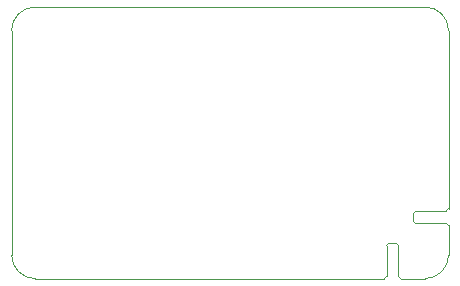
<source format=gbr>
%TF.GenerationSoftware,KiCad,Pcbnew,8.0.4*%
%TF.CreationDate,2024-08-13T11:19:50+12:00*%
%TF.ProjectId,yuzu-pcb,79757a75-2d70-4636-922e-6b696361645f,rev?*%
%TF.SameCoordinates,Original*%
%TF.FileFunction,Profile,NP*%
%FSLAX46Y46*%
G04 Gerber Fmt 4.6, Leading zero omitted, Abs format (unit mm)*
G04 Created by KiCad (PCBNEW 8.0.4) date 2024-08-13 11:19:50*
%MOMM*%
%LPD*%
G01*
G04 APERTURE LIST*
%TA.AperFunction,Profile*%
%ADD10C,0.100000*%
%TD*%
G04 APERTURE END LIST*
D10*
X102000000Y-100000000D02*
X135000000Y-100000000D01*
X135000000Y-100000000D02*
G75*
G02*
X137000000Y-102000000I0J-2000000D01*
G01*
X131750000Y-120200000D02*
G75*
G02*
X131950000Y-120000000I200000J0D01*
G01*
X132550000Y-120000000D02*
G75*
G02*
X132750000Y-120200000I0J-200000D01*
G01*
X134000000Y-118100000D02*
X134000000Y-117500000D01*
X136800000Y-118300000D02*
X134200000Y-118300000D01*
X134000000Y-117500000D02*
G75*
G02*
X134200000Y-117300000I200000J0D01*
G01*
X132950000Y-123000000D02*
G75*
G02*
X132750000Y-122800000I0J200000D01*
G01*
X136800000Y-118300000D02*
G75*
G02*
X137000000Y-118500000I0J-200000D01*
G01*
X137000000Y-121000000D02*
G75*
G02*
X135000000Y-123000000I-2000000J0D01*
G01*
X137000000Y-117100000D02*
G75*
G02*
X136800000Y-117300000I-200000J0D01*
G01*
X135000000Y-123000000D02*
X132950000Y-123000000D01*
X137000000Y-118500000D02*
X137000000Y-121000000D01*
X137000000Y-102000000D02*
X137000000Y-117100000D01*
X131750000Y-122800000D02*
G75*
G02*
X131550000Y-123000000I-200000J0D01*
G01*
X134200000Y-118300000D02*
G75*
G02*
X134000000Y-118100000I0J200000D01*
G01*
X100000000Y-121000000D02*
X100000000Y-102000000D01*
X100000000Y-102000000D02*
G75*
G02*
X102000000Y-100000000I2000000J0D01*
G01*
X136800000Y-117300000D02*
X134200000Y-117300000D01*
X132750000Y-122800000D02*
X132750000Y-120200000D01*
X132550000Y-120000000D02*
X131950000Y-120000000D01*
X131550000Y-123000000D02*
X102000000Y-123000000D01*
X102000000Y-123000000D02*
G75*
G02*
X100000000Y-121000000I0J2000000D01*
G01*
X131750000Y-122800000D02*
X131750000Y-120200000D01*
M02*

</source>
